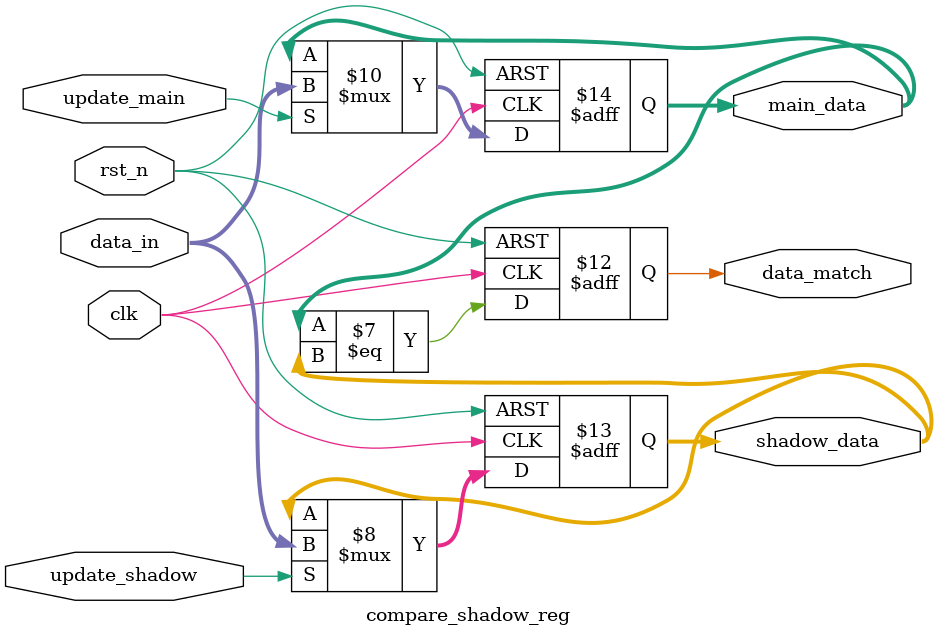
<source format=sv>
module compare_shadow_reg #(
    parameter WIDTH = 8
)(
    input wire clk,
    input wire rst_n,
    input wire [WIDTH-1:0] data_in,
    input wire update_main,
    input wire update_shadow,
    output reg [WIDTH-1:0] main_data,
    output reg [WIDTH-1:0] shadow_data,
    output reg data_match
);
    // Main register update
    always @(posedge clk or negedge rst_n) begin
        if (!rst_n)
            main_data <= 0;
        else if (update_main)
            main_data <= data_in;
    end
    
    // Shadow register update
    always @(posedge clk or negedge rst_n) begin
        if (!rst_n)
            shadow_data <= 0;
        else if (update_shadow)
            shadow_data <= data_in;
    end
    
    // Continuous comparison
    always @(posedge clk or negedge rst_n) begin
        if (!rst_n)
            data_match <= 0;
        else
            data_match <= (main_data == shadow_data);
    end
endmodule
</source>
